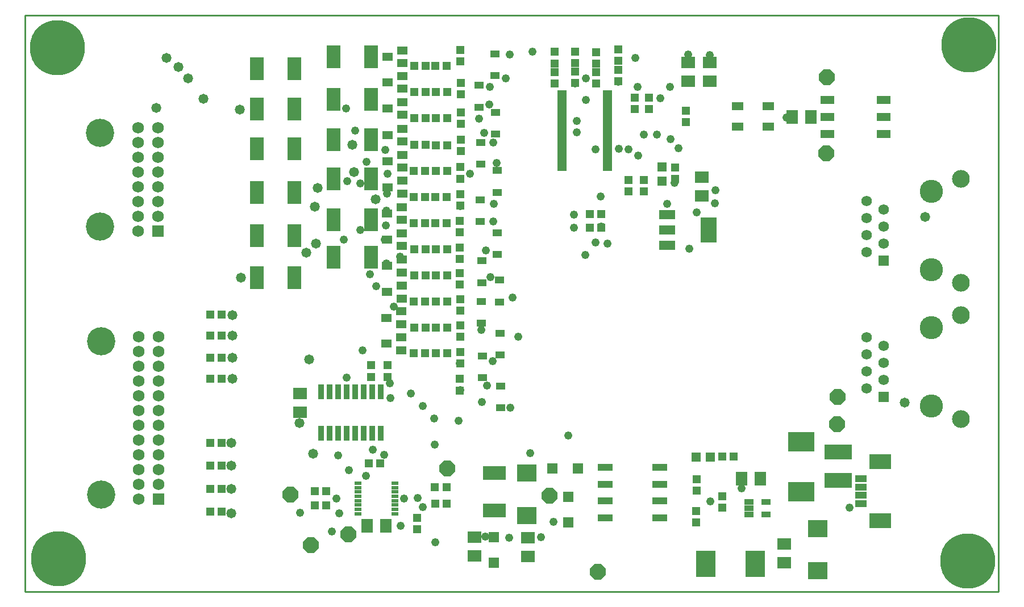
<source format=gts>
G04 Layer_Color=8388736*
%FSLAX44Y44*%
%MOMM*%
G71*
G01*
G75*
%ADD42C,0.2540*%
%ADD78C,1.7272*%
%ADD103R,1.1001X0.5001*%
%ADD104R,2.0033X3.4031*%
%ADD105R,1.6033X1.6033*%
%ADD106R,1.8032X1.0033*%
%ADD107R,3.2032X2.3033*%
%ADD108R,2.2032X1.1031*%
%ADD109R,2.1082X1.2192*%
%ADD110R,1.7033X1.2032*%
%ADD111R,1.4232X0.8232*%
%ADD112R,1.4531X0.5032*%
%ADD113R,1.3033X1.2032*%
%ADD114R,1.2032X1.3033*%
%ADD115R,3.4031X2.0033*%
%ADD116R,2.4384X1.4224*%
%ADD117R,2.4031X3.8031*%
%ADD118R,1.6033X1.2032*%
%ADD119R,0.8636X2.2352*%
%ADD120R,1.4031X1.4031*%
%ADD121R,4.1031X2.2032*%
%ADD122R,1.6033X1.6033*%
%ADD123R,1.4232X1.1133*%
%ADD124R,4.0033X3.0033*%
%ADD125R,3.0033X4.0033*%
%ADD126R,2.0033X1.8032*%
%ADD127R,3.0033X2.6033*%
%ADD128R,1.8032X2.0033*%
%ADD129R,1.3033X1.2032*%
%ADD130R,1.2032X1.3033*%
%ADD131R,1.4031X1.4031*%
%ADD132C,4.2032*%
%ADD133R,1.7272X1.7272*%
%ADD134P,2.4826X8X22.5*%
%ADD135R,1.5748X1.5748*%
%ADD136C,1.5748*%
%ADD137C,2.6416*%
%ADD138C,3.4544*%
%ADD139C,8.2032*%
%ADD140C,1.2095*%
%ADD141C,1.4732*%
D42*
X254000Y254000D02*
X1703837D01*
X1704088Y254251D01*
Y1113539D01*
X1704340Y1113790D01*
X254000D02*
X1704340D01*
X254000Y254000D02*
Y1113790D01*
D78*
X422910Y392060D02*
D03*
Y414060D02*
D03*
Y436060D02*
D03*
Y458060D02*
D03*
Y480060D02*
D03*
Y502060D02*
D03*
Y524060D02*
D03*
Y546060D02*
D03*
Y568060D02*
D03*
Y590060D02*
D03*
Y612060D02*
D03*
Y634060D02*
D03*
X452910D02*
D03*
Y612060D02*
D03*
Y590060D02*
D03*
Y568060D02*
D03*
Y546060D02*
D03*
Y524060D02*
D03*
Y502060D02*
D03*
Y480060D02*
D03*
Y458060D02*
D03*
Y436060D02*
D03*
Y414060D02*
D03*
X421760Y791530D02*
D03*
Y813530D02*
D03*
Y835530D02*
D03*
Y857530D02*
D03*
Y879530D02*
D03*
Y901530D02*
D03*
Y923530D02*
D03*
Y945530D02*
D03*
X451760D02*
D03*
Y923530D02*
D03*
Y901530D02*
D03*
Y879530D02*
D03*
Y857530D02*
D03*
Y835530D02*
D03*
Y813530D02*
D03*
D103*
X749489Y370188D02*
D03*
Y376688D02*
D03*
Y383188D02*
D03*
Y389688D02*
D03*
Y396188D02*
D03*
Y402688D02*
D03*
Y409188D02*
D03*
Y415687D02*
D03*
X804991D02*
D03*
Y409188D02*
D03*
Y402688D02*
D03*
Y396188D02*
D03*
Y389688D02*
D03*
Y383188D02*
D03*
Y376688D02*
D03*
Y370188D02*
D03*
D104*
X713679Y753110D02*
D03*
X769681D02*
D03*
X713679Y808482D02*
D03*
X769681D02*
D03*
X713171Y869442D02*
D03*
X769173D02*
D03*
X713171Y928116D02*
D03*
X769173D02*
D03*
X713171Y988060D02*
D03*
X769173D02*
D03*
X713679Y1051560D02*
D03*
X769681D02*
D03*
X599318Y1033780D02*
D03*
X655320D02*
D03*
X599379Y974090D02*
D03*
X655381D02*
D03*
X599379Y914400D02*
D03*
X655381D02*
D03*
X599379Y849630D02*
D03*
X655381D02*
D03*
X599379Y784860D02*
D03*
X655381D02*
D03*
X599379Y722630D02*
D03*
X655381D02*
D03*
D105*
X1063244Y395173D02*
D03*
Y357175D02*
D03*
X952500Y335483D02*
D03*
Y297485D02*
D03*
D106*
X1499283Y385110D02*
D03*
Y397609D02*
D03*
Y410111D02*
D03*
Y422610D02*
D03*
D107*
X1528285Y359611D02*
D03*
Y448109D02*
D03*
D108*
X1199253Y439189D02*
D03*
Y414289D02*
D03*
Y389390D02*
D03*
Y364490D02*
D03*
X1117854Y439189D02*
D03*
Y414289D02*
D03*
Y389390D02*
D03*
Y364490D02*
D03*
D109*
X1448816Y936498D02*
D03*
Y961898D02*
D03*
Y987298D02*
D03*
X1532636D02*
D03*
Y961898D02*
D03*
Y936498D02*
D03*
D110*
X1315720Y977900D02*
D03*
X1361440D02*
D03*
Y947420D02*
D03*
X1315720D02*
D03*
D111*
X1331930Y388214D02*
D03*
Y378714D02*
D03*
Y369214D02*
D03*
X1357930D02*
D03*
Y388214D02*
D03*
D112*
X1121491Y989035D02*
D03*
Y984037D02*
D03*
X1053493Y884037D02*
D03*
Y889036D02*
D03*
X1121491Y999035D02*
D03*
Y994037D02*
D03*
Y969035D02*
D03*
Y964037D02*
D03*
Y979035D02*
D03*
Y974037D02*
D03*
Y949035D02*
D03*
Y944037D02*
D03*
Y959035D02*
D03*
Y954037D02*
D03*
Y929035D02*
D03*
Y924037D02*
D03*
Y939035D02*
D03*
Y934037D02*
D03*
Y909035D02*
D03*
Y904037D02*
D03*
Y919035D02*
D03*
Y914037D02*
D03*
Y889036D02*
D03*
Y884037D02*
D03*
Y899035D02*
D03*
Y894037D02*
D03*
X1053493D02*
D03*
Y899035D02*
D03*
Y904037D02*
D03*
Y909035D02*
D03*
Y914037D02*
D03*
Y919035D02*
D03*
Y924037D02*
D03*
Y929035D02*
D03*
Y934037D02*
D03*
Y939035D02*
D03*
Y944037D02*
D03*
Y949035D02*
D03*
Y954037D02*
D03*
Y959035D02*
D03*
Y964037D02*
D03*
Y969035D02*
D03*
Y974037D02*
D03*
Y979035D02*
D03*
Y984037D02*
D03*
Y989035D02*
D03*
Y994037D02*
D03*
Y999035D02*
D03*
D113*
X1222375Y886323D02*
D03*
Y869325D02*
D03*
X1238504Y971159D02*
D03*
Y954161D02*
D03*
X1042416Y1011819D02*
D03*
Y1028817D02*
D03*
X1073150Y1012327D02*
D03*
Y1029325D02*
D03*
X1104900Y1011565D02*
D03*
Y1028563D02*
D03*
X1137666Y1015375D02*
D03*
Y1032373D02*
D03*
X1042416Y1041791D02*
D03*
Y1058789D02*
D03*
X1073150Y1042299D02*
D03*
Y1059297D02*
D03*
X1137666Y1045601D02*
D03*
Y1062599D02*
D03*
X1104900Y1041537D02*
D03*
Y1058535D02*
D03*
X769620Y591429D02*
D03*
Y574431D02*
D03*
X793750Y591429D02*
D03*
Y574431D02*
D03*
X1162050Y973973D02*
D03*
Y990971D02*
D03*
X1183132D02*
D03*
Y973973D02*
D03*
X837692Y346847D02*
D03*
Y363845D02*
D03*
X1152398Y851037D02*
D03*
Y868035D02*
D03*
X1175258Y851037D02*
D03*
Y868035D02*
D03*
X1292606Y396357D02*
D03*
Y379359D02*
D03*
X1254506Y421503D02*
D03*
Y404505D02*
D03*
X1253744Y374513D02*
D03*
Y357515D02*
D03*
D114*
X546471Y667512D02*
D03*
X529473D02*
D03*
X546471Y635762D02*
D03*
X529473D02*
D03*
X546979Y603250D02*
D03*
X529981D02*
D03*
X546979Y571500D02*
D03*
X529981D02*
D03*
X546588Y476250D02*
D03*
X529590D02*
D03*
X546588Y441960D02*
D03*
X529590D02*
D03*
X546979Y407670D02*
D03*
X529981D02*
D03*
X546979Y373380D02*
D03*
X529981D02*
D03*
X881751Y385572D02*
D03*
X864753D02*
D03*
X702300Y382905D02*
D03*
X685302D02*
D03*
X881497Y410083D02*
D03*
X864499D02*
D03*
X702046Y404241D02*
D03*
X685048D02*
D03*
X782945Y445262D02*
D03*
X765947D02*
D03*
X850001Y609219D02*
D03*
X833003D02*
D03*
X850382Y647700D02*
D03*
X833384D02*
D03*
X850128Y686562D02*
D03*
X833130D02*
D03*
X850382Y725678D02*
D03*
X833384D02*
D03*
X850382Y764159D02*
D03*
X833384D02*
D03*
X849747Y803148D02*
D03*
X832749D02*
D03*
X850001Y842772D02*
D03*
X833003D02*
D03*
X850128Y881634D02*
D03*
X833130D02*
D03*
X850255Y920115D02*
D03*
X833257D02*
D03*
X850509Y959993D02*
D03*
X833511D02*
D03*
X850509Y999109D02*
D03*
X833511D02*
D03*
X850255Y1037844D02*
D03*
X833257D02*
D03*
X882767Y609219D02*
D03*
X865769D02*
D03*
X882767Y647700D02*
D03*
X865769D02*
D03*
X882767Y686562D02*
D03*
X865769D02*
D03*
X883021Y725678D02*
D03*
X866023D02*
D03*
X882640Y764159D02*
D03*
X865642D02*
D03*
X882005Y803148D02*
D03*
X865007D02*
D03*
X882259Y842772D02*
D03*
X865261D02*
D03*
X882386Y881634D02*
D03*
X865388D02*
D03*
X882513Y919480D02*
D03*
X865515D02*
D03*
X882513Y959993D02*
D03*
X865515D02*
D03*
X882513Y999109D02*
D03*
X865515D02*
D03*
X1292743Y455676D02*
D03*
X1309741D02*
D03*
X882259Y1037844D02*
D03*
X865261D02*
D03*
D115*
X952754Y374843D02*
D03*
Y430845D02*
D03*
D116*
X1210056Y816610D02*
D03*
Y793496D02*
D03*
Y770382D02*
D03*
D117*
X1272035Y793496D02*
D03*
D118*
X814276Y614197D02*
D03*
Y633197D02*
D03*
X792274Y623697D02*
D03*
X814022Y652932D02*
D03*
Y671932D02*
D03*
X792020Y662432D02*
D03*
X814657Y691286D02*
D03*
Y710286D02*
D03*
X792655Y700786D02*
D03*
X814911Y730148D02*
D03*
Y749148D02*
D03*
X792909Y739648D02*
D03*
X814911Y769264D02*
D03*
Y788264D02*
D03*
X792909Y778764D02*
D03*
X814911Y808507D02*
D03*
Y827507D02*
D03*
X792909Y818007D02*
D03*
X815546Y847623D02*
D03*
Y866623D02*
D03*
X793544Y857123D02*
D03*
X816181Y886485D02*
D03*
Y905485D02*
D03*
X794179Y895985D02*
D03*
X816181Y925347D02*
D03*
Y944347D02*
D03*
X794179Y934847D02*
D03*
X816181Y965098D02*
D03*
Y984098D02*
D03*
X794179Y974598D02*
D03*
X816181Y1003960D02*
D03*
Y1022960D02*
D03*
X794179Y1013460D02*
D03*
X816181Y1042187D02*
D03*
Y1061187D02*
D03*
X794179Y1051687D02*
D03*
D119*
X694563Y490220D02*
D03*
Y551688D02*
D03*
X707263Y490220D02*
D03*
X719963D02*
D03*
X707263Y551688D02*
D03*
X719963D02*
D03*
X732663Y490220D02*
D03*
Y551688D02*
D03*
X745363Y490220D02*
D03*
Y551688D02*
D03*
X758063Y490220D02*
D03*
X770763D02*
D03*
X758063Y551688D02*
D03*
X770763D02*
D03*
X783463Y490220D02*
D03*
Y551688D02*
D03*
D120*
X1202436Y887181D02*
D03*
Y866181D02*
D03*
D121*
X1465118Y419608D02*
D03*
Y462107D02*
D03*
D122*
X1077163Y437642D02*
D03*
X1039165D02*
D03*
D123*
X962279Y528071D02*
D03*
Y560573D02*
D03*
X935482Y573283D02*
D03*
Y605785D02*
D03*
X961390Y607065D02*
D03*
Y639567D02*
D03*
X933450Y654436D02*
D03*
Y686938D02*
D03*
X960374Y686059D02*
D03*
Y718561D02*
D03*
X934339Y714761D02*
D03*
Y747263D02*
D03*
X956945Y756544D02*
D03*
Y789046D02*
D03*
X932053Y806074D02*
D03*
Y838576D02*
D03*
X956818Y849635D02*
D03*
Y882137D02*
D03*
X932688Y891164D02*
D03*
Y923666D02*
D03*
X954278Y936376D02*
D03*
Y968878D02*
D03*
X930402Y976508D02*
D03*
Y1009010D02*
D03*
X953516Y1023625D02*
D03*
Y1056127D02*
D03*
D124*
X1410208Y403436D02*
D03*
Y477436D02*
D03*
D125*
X1267798Y295910D02*
D03*
X1341798D02*
D03*
D126*
X1384808Y296896D02*
D03*
Y324897D02*
D03*
X1262380Y844012D02*
D03*
Y872012D02*
D03*
X923036Y335056D02*
D03*
Y307055D02*
D03*
X1273810Y1042954D02*
D03*
Y1014954D02*
D03*
X1241806Y1043463D02*
D03*
Y1015462D02*
D03*
X663448Y521813D02*
D03*
Y549813D02*
D03*
X1002538Y334548D02*
D03*
Y306548D02*
D03*
D127*
X1435100Y285237D02*
D03*
Y348239D02*
D03*
X1001522Y367787D02*
D03*
Y430789D02*
D03*
D128*
X1424971Y961898D02*
D03*
X1396969D02*
D03*
X791621Y352171D02*
D03*
X763621D02*
D03*
X1321532Y422402D02*
D03*
X1349532D02*
D03*
D129*
X1095131Y796544D02*
D03*
X1112129D02*
D03*
X1094877Y816864D02*
D03*
X1111875D02*
D03*
D130*
X901700Y554111D02*
D03*
Y571109D02*
D03*
X901954Y594243D02*
D03*
Y611241D02*
D03*
X902208Y634121D02*
D03*
Y651119D02*
D03*
X901954Y672983D02*
D03*
Y689981D02*
D03*
X901700Y711718D02*
D03*
Y728716D02*
D03*
Y750453D02*
D03*
Y767451D02*
D03*
Y789696D02*
D03*
Y806694D02*
D03*
X902208Y829574D02*
D03*
Y846572D02*
D03*
Y1044712D02*
D03*
Y1061710D02*
D03*
Y869960D02*
D03*
Y886958D02*
D03*
X902716Y911362D02*
D03*
Y928360D02*
D03*
Y952002D02*
D03*
Y969000D02*
D03*
Y995309D02*
D03*
Y1012307D02*
D03*
D131*
X1274404Y454406D02*
D03*
X1253404D02*
D03*
D132*
X366910Y399060D02*
D03*
Y627060D02*
D03*
X365760Y938530D02*
D03*
Y798530D02*
D03*
D133*
X452910Y392060D02*
D03*
X451760Y791530D02*
D03*
D134*
X735584Y339852D02*
D03*
X1107186Y283718D02*
D03*
X679450Y323342D02*
D03*
X648970Y398780D02*
D03*
X882904Y437896D02*
D03*
X1464564Y544068D02*
D03*
X1463802Y503428D02*
D03*
X1447546Y907542D02*
D03*
X1448562Y1021334D02*
D03*
X1035050Y396748D02*
D03*
D135*
X1532890Y544830D02*
D03*
Y748030D02*
D03*
D136*
X1507490Y557530D02*
D03*
X1532890Y570230D02*
D03*
X1507490Y582930D02*
D03*
X1532890Y595630D02*
D03*
X1507490Y608330D02*
D03*
X1532890Y621030D02*
D03*
X1507490Y633730D02*
D03*
Y760730D02*
D03*
X1532890Y773430D02*
D03*
X1507490Y786130D02*
D03*
X1532890Y798830D02*
D03*
X1507490Y811530D02*
D03*
X1532890Y824230D02*
D03*
X1507490Y836930D02*
D03*
D137*
X1648460Y666750D02*
D03*
Y511810D02*
D03*
Y869950D02*
D03*
Y715010D02*
D03*
D138*
X1604010Y647700D02*
D03*
Y530860D02*
D03*
Y850900D02*
D03*
Y734060D02*
D03*
D139*
X302260Y1065530D02*
D03*
X1659890Y1069340D02*
D03*
X1658620Y299720D02*
D03*
X303530Y303530D02*
D03*
D140*
X1221740Y863600D02*
D03*
X1321308Y408178D02*
D03*
X1275080Y388620D02*
D03*
X1481836Y378968D02*
D03*
X945134Y980694D02*
D03*
X929894Y959104D02*
D03*
X937768Y937768D02*
D03*
X950976Y923544D02*
D03*
X956564Y893318D02*
D03*
X952246Y832104D02*
D03*
X951484Y805688D02*
D03*
X940308Y763016D02*
D03*
X946912Y723138D02*
D03*
X979678Y692404D02*
D03*
X933450Y644398D02*
D03*
X988568Y633984D02*
D03*
X950722Y597916D02*
D03*
X1009904Y1059180D02*
D03*
X1006348Y460756D02*
D03*
X777240Y709422D02*
D03*
X792226Y743712D02*
D03*
X752856Y793750D02*
D03*
X762254Y895096D02*
D03*
X792988Y847344D02*
D03*
X792480Y821944D02*
D03*
X753110Y862838D02*
D03*
X789432Y779018D02*
D03*
X1089152Y987044D02*
D03*
X1088898Y1019810D02*
D03*
X663448Y371856D02*
D03*
X756666Y614172D02*
D03*
X812800Y753364D02*
D03*
X767334Y726948D02*
D03*
X728726Y779018D02*
D03*
X803148Y678688D02*
D03*
X1210056Y832104D02*
D03*
X1281938Y852678D02*
D03*
X1042416Y1011936D02*
D03*
X1073150D02*
D03*
X1104900Y1011428D02*
D03*
X1103884Y913384D02*
D03*
X1071499Y816610D02*
D03*
X1071245Y796671D02*
D03*
X812927Y352298D02*
D03*
X902208Y554990D02*
D03*
X901700Y594360D02*
D03*
X902208Y634492D02*
D03*
X901954Y673100D02*
D03*
X901700Y711708D02*
D03*
Y750570D02*
D03*
Y789686D02*
D03*
X902208Y829310D02*
D03*
X916432Y877316D02*
D03*
X902716Y911352D02*
D03*
X903224Y951992D02*
D03*
X902970Y995426D02*
D03*
X902208Y1044702D02*
D03*
X1137666Y1014222D02*
D03*
X1281684Y833374D02*
D03*
X1166114Y1006348D02*
D03*
X1022096Y335026D02*
D03*
X975106Y334518D02*
D03*
X939546Y335788D02*
D03*
X771906Y465836D02*
D03*
X722122Y370586D02*
D03*
X976376Y528574D02*
D03*
X864616Y327660D02*
D03*
X1388110Y960882D02*
D03*
X1242060Y1054862D02*
D03*
X1273810Y1054354D02*
D03*
X711200Y343662D02*
D03*
X1075436Y956310D02*
D03*
X1243584Y765048D02*
D03*
X1163320Y1050290D02*
D03*
X1176020Y935990D02*
D03*
X1227328Y915416D02*
D03*
X1063244Y486918D02*
D03*
X1040638Y358394D02*
D03*
X941832Y561340D02*
D03*
X818642Y393192D02*
D03*
X899922Y508762D02*
D03*
X863854Y472948D02*
D03*
X828294Y549656D02*
D03*
X732536Y573024D02*
D03*
X717550Y393192D02*
D03*
X1111504Y843026D02*
D03*
X1111758Y798068D02*
D03*
X1138428Y914400D02*
D03*
X1088136Y756412D02*
D03*
X797052Y565150D02*
D03*
X934720Y536956D02*
D03*
X1103376Y774446D02*
D03*
X846074Y530606D02*
D03*
X798322Y543052D02*
D03*
X1152398Y913638D02*
D03*
X846582Y380492D02*
D03*
X788924Y458470D02*
D03*
X1075436Y939038D02*
D03*
X1253998Y819404D02*
D03*
X790956Y800100D02*
D03*
X733552Y866140D02*
D03*
X975614Y1054862D02*
D03*
X969772Y1019810D02*
D03*
X946404Y1006856D02*
D03*
X732028Y974344D02*
D03*
X794004Y877570D02*
D03*
X745490Y941832D02*
D03*
X790448Y912876D02*
D03*
X838962Y393954D02*
D03*
X862838Y512572D02*
D03*
X1167130Y904494D02*
D03*
X1121156Y773176D02*
D03*
X1214882Y1006856D02*
D03*
X1215136Y929132D02*
D03*
X1195324Y935228D02*
D03*
X1200150Y989584D02*
D03*
X720090Y457200D02*
D03*
X762000Y426720D02*
D03*
X736600Y435610D02*
D03*
D141*
X574040Y972820D02*
D03*
X519430Y989330D02*
D03*
X449580Y975360D02*
D03*
X496570Y1019810D02*
D03*
X482600Y1036320D02*
D03*
X775970Y839470D02*
D03*
X744220Y880110D02*
D03*
X741680Y920750D02*
D03*
X464820Y1050290D02*
D03*
X689610Y855980D02*
D03*
X685800Y828040D02*
D03*
X687070Y773430D02*
D03*
X673100Y759460D02*
D03*
X676910Y600710D02*
D03*
X575310Y722630D02*
D03*
X562610Y666750D02*
D03*
Y571500D02*
D03*
Y603250D02*
D03*
Y636270D02*
D03*
X683260Y459740D02*
D03*
X561340Y476250D02*
D03*
Y370840D02*
D03*
Y407670D02*
D03*
Y441960D02*
D03*
X662940Y505460D02*
D03*
X1564640Y535940D02*
D03*
X1595120Y812800D02*
D03*
M02*

</source>
